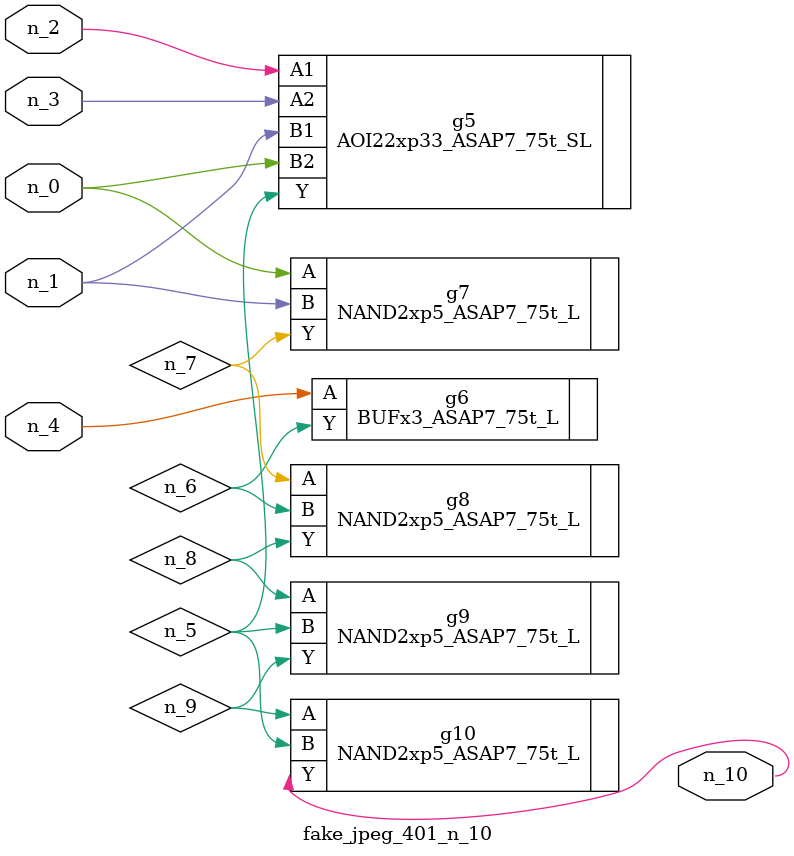
<source format=v>
module fake_jpeg_401_n_10 (n_3, n_2, n_1, n_0, n_4, n_10);

input n_3;
input n_2;
input n_1;
input n_0;
input n_4;

output n_10;

wire n_8;
wire n_9;
wire n_6;
wire n_5;
wire n_7;

AOI22xp33_ASAP7_75t_SL g5 ( 
.A1(n_2),
.A2(n_3),
.B1(n_1),
.B2(n_0),
.Y(n_5)
);

BUFx3_ASAP7_75t_L g6 ( 
.A(n_4),
.Y(n_6)
);

NAND2xp5_ASAP7_75t_L g7 ( 
.A(n_0),
.B(n_1),
.Y(n_7)
);

NAND2xp5_ASAP7_75t_L g8 ( 
.A(n_7),
.B(n_6),
.Y(n_8)
);

NAND2xp5_ASAP7_75t_L g9 ( 
.A(n_8),
.B(n_5),
.Y(n_9)
);

NAND2xp5_ASAP7_75t_L g10 ( 
.A(n_9),
.B(n_5),
.Y(n_10)
);


endmodule
</source>
